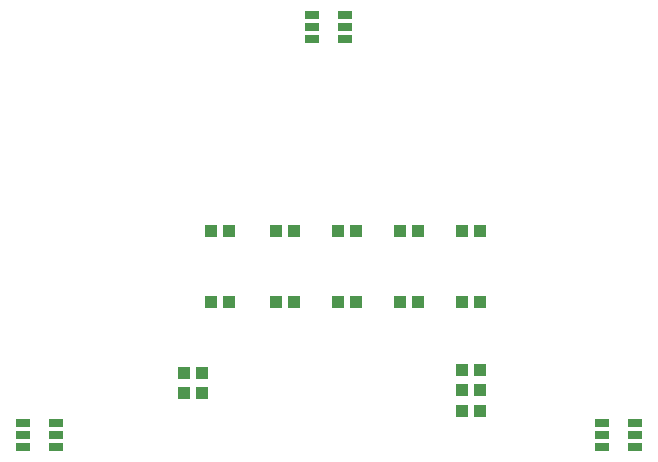
<source format=gtp>
G04 Layer_Color=7318015*
%FSLAX24Y24*%
%MOIN*%
G70*
G01*
G75*
%ADD10R,0.0492X0.0295*%
%ADD11R,0.0413X0.0394*%
D10*
X26732Y24803D02*
D03*
Y24409D02*
D03*
Y24016D02*
D03*
X25630D02*
D03*
Y24409D02*
D03*
Y24803D02*
D03*
X36378Y11220D02*
D03*
Y10827D02*
D03*
Y10433D02*
D03*
X35276D02*
D03*
Y10827D02*
D03*
Y11220D02*
D03*
X17087D02*
D03*
Y10827D02*
D03*
Y10433D02*
D03*
X15984D02*
D03*
Y10827D02*
D03*
Y11220D02*
D03*
D11*
X21358Y12205D02*
D03*
X21949D02*
D03*
X22835Y15256D02*
D03*
X22244D02*
D03*
X22835Y17618D02*
D03*
X22244D02*
D03*
X21358Y12894D02*
D03*
X21949D02*
D03*
X25000Y15256D02*
D03*
X24409D02*
D03*
X25000Y17618D02*
D03*
X24409D02*
D03*
X31201Y11614D02*
D03*
X30610D02*
D03*
X27067Y15256D02*
D03*
X26476D02*
D03*
X27067Y17618D02*
D03*
X26476D02*
D03*
X31201Y12303D02*
D03*
X30610D02*
D03*
X29134Y15256D02*
D03*
X28543D02*
D03*
X29134Y17618D02*
D03*
X28543D02*
D03*
X31201Y12992D02*
D03*
X30610D02*
D03*
X31201Y15256D02*
D03*
X30610D02*
D03*
X31201Y17618D02*
D03*
X30610D02*
D03*
M02*

</source>
